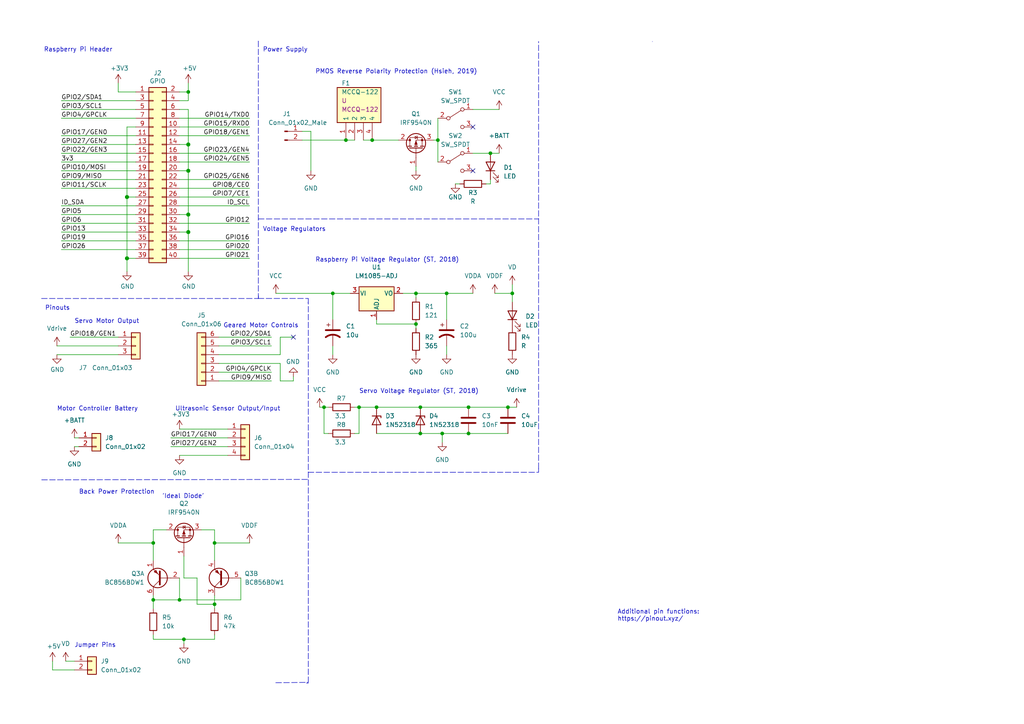
<source format=kicad_sch>
(kicad_sch (version 20211123) (generator eeschema)
  (paper "A4")
  (title_block (date "15 nov 2012"))
  (lib_symbols
    (symbol "Connector:Conn_01x02_Male" (pin_names (offset 1.016) hide)
      (property "Reference" "J" (at 0 2.54 0))
      (property "Value" "Conn_01x02_Male" (at 0 -5.08 0))
      (symbol "Conn_01x02_Male_1_1"
        (polyline (pts (xy 1.27 -2.54) (xy 0.8636 -2.54)) (stroke (width 0.1524)))
        (polyline (pts (xy 1.27 0) (xy 0.8636 0)) (stroke (width 0.1524)))
        (rectangle (start 0.8636 -2.413) (end 0 -2.667) (stroke (width 0.1524)) (fill (type outline)))
        (rectangle (start 0.8636 0.127) (end 0 -0.127) (stroke (width 0.1524)) (fill (type outline)))
        (pin passive line (at 5.08 0 180) (length 3.81) (name "Pin_1") (number "1"))
        (pin passive line (at 5.08 -2.54 180) (length 3.81) (name "Pin_2") (number "2"))
      )
    )
    (symbol "Connector_Generic:Conn_01x02" (pin_names (offset 1.016) hide)
      (property "Reference" "J" (at 0 2.54 0))
      (property "Value" "Conn_01x02" (at 0 -5.08 0))
      (symbol "Conn_01x02_1_1"
        (rectangle (start -1.27 -2.413) (end 0 -2.667) (stroke (width 0.1524)))
        (rectangle (start -1.27 0.127) (end 0 -0.127) (stroke (width 0.1524)))
        (rectangle (start -1.27 1.27) (end 1.27 -3.81) (stroke (width 0.254)) (fill (type background)))
        (pin passive line (at -5.08 0 0) (length 3.81) (name "Pin_1") (number "1"))
        (pin passive line (at -5.08 -2.54 0) (length 3.81) (name "Pin_2") (number "2"))
      )
    )
    (symbol "Connector_Generic:Conn_01x03" (pin_names (offset 1.016) hide)
      (property "Reference" "J" (at 0 5.08 0))
      (property "Value" "Conn_01x03" (at 0 -5.08 0))
      (symbol "Conn_01x03_1_1"
        (rectangle (start -1.27 -2.413) (end 0 -2.667) (stroke (width 0.1524)))
        (rectangle (start -1.27 0.127) (end 0 -0.127) (stroke (width 0.1524)))
        (rectangle (start -1.27 2.667) (end 0 2.413) (stroke (width 0.1524)))
        (rectangle (start -1.27 3.81) (end 1.27 -3.81) (stroke (width 0.254)) (fill (type background)))
        (pin passive line (at -5.08 2.54 0) (length 3.81) (name "Pin_1") (number "1"))
        (pin passive line (at -5.08 0 0) (length 3.81) (name "Pin_2") (number "2"))
        (pin passive line (at -5.08 -2.54 0) (length 3.81) (name "Pin_3") (number "3"))
      )
    )
    (symbol "Connector_Generic:Conn_01x04" (pin_names (offset 1.016) hide)
      (property "Reference" "J" (at 0 5.08 0))
      (property "Value" "Conn_01x04" (at 0 -7.62 0))
      (symbol "Conn_01x04_1_1"
        (rectangle (start -1.27 -4.953) (end 0 -5.207) (stroke (width 0.1524)))
        (rectangle (start -1.27 -2.413) (end 0 -2.667) (stroke (width 0.1524)))
        (rectangle (start -1.27 0.127) (end 0 -0.127) (stroke (width 0.1524)))
        (rectangle (start -1.27 2.667) (end 0 2.413) (stroke (width 0.1524)))
        (rectangle (start -1.27 3.81) (end 1.27 -6.35) (stroke (width 0.254)) (fill (type background)))
        (pin passive line (at -5.08 2.54 0) (length 3.81) (name "Pin_1") (number "1"))
        (pin passive line (at -5.08 0 0) (length 3.81) (name "Pin_2") (number "2"))
        (pin passive line (at -5.08 -2.54 0) (length 3.81) (name "Pin_3") (number "3"))
        (pin passive line (at -5.08 -5.08 0) (length 3.81) (name "Pin_4") (number "4"))
      )
    )
    (symbol "Connector_Generic:Conn_01x06" (pin_names (offset 1.016) hide)
      (property "Reference" "J" (at 0 7.62 0))
      (property "Value" "Conn_01x06" (at 0 -10.16 0))
      (symbol "Conn_01x06_1_1"
        (rectangle (start -1.27 -7.493) (end 0 -7.747) (stroke (width 0.1524)))
        (rectangle (start -1.27 -4.953) (end 0 -5.207) (stroke (width 0.1524)))
        (rectangle (start -1.27 -2.413) (end 0 -2.667) (stroke (width 0.1524)))
        (rectangle (start -1.27 0.127) (end 0 -0.127) (stroke (width 0.1524)))
        (rectangle (start -1.27 2.667) (end 0 2.413) (stroke (width 0.1524)))
        (rectangle (start -1.27 5.207) (end 0 4.953) (stroke (width 0.1524)))
        (rectangle (start -1.27 6.35) (end 1.27 -8.89) (stroke (width 0.254)) (fill (type background)))
        (pin passive line (at -5.08 5.08 0) (length 3.81) (name "Pin_1") (number "1"))
        (pin passive line (at -5.08 2.54 0) (length 3.81) (name "Pin_2") (number "2"))
        (pin passive line (at -5.08 0 0) (length 3.81) (name "Pin_3") (number "3"))
        (pin passive line (at -5.08 -2.54 0) (length 3.81) (name "Pin_4") (number "4"))
        (pin passive line (at -5.08 -5.08 0) (length 3.81) (name "Pin_5") (number "5"))
        (pin passive line (at -5.08 -7.62 0) (length 3.81) (name "Pin_6") (number "6"))
      )
    )
    (symbol "Connector_Generic:Conn_02x20_Odd_Even" (pin_names (offset 1.016) hide)
      (property "Reference" "J" (at 1.27 25.4 0))
      (property "Value" "Conn_02x20_Odd_Even" (at 1.27 -27.94 0))
      (symbol "Conn_02x20_Odd_Even_1_1"
        (rectangle (start -1.27 -25.273) (end 0 -25.527) (stroke (width 0.1524)))
        (rectangle (start -1.27 -22.733) (end 0 -22.987) (stroke (width 0.1524)))
        (rectangle (start -1.27 -20.193) (end 0 -20.447) (stroke (width 0.1524)))
        (rectangle (start -1.27 -17.653) (end 0 -17.907) (stroke (width 0.1524)))
        (rectangle (start -1.27 -15.113) (end 0 -15.367) (stroke (width 0.1524)))
        (rectangle (start -1.27 -12.573) (end 0 -12.827) (stroke (width 0.1524)))
        (rectangle (start -1.27 -10.033) (end 0 -10.287) (stroke (width 0.1524)))
        (rectangle (start -1.27 -7.493) (end 0 -7.747) (stroke (width 0.1524)))
        (rectangle (start -1.27 -4.953) (end 0 -5.207) (stroke (width 0.1524)))
        (rectangle (start -1.27 -2.413) (end 0 -2.667) (stroke (width 0.1524)))
        (rectangle (start -1.27 0.127) (end 0 -0.127) (stroke (width 0.1524)))
        (rectangle (start -1.27 2.667) (end 0 2.413) (stroke (width 0.1524)))
        (rectangle (start -1.27 5.207) (end 0 4.953) (stroke (width 0.1524)))
        (rectangle (start -1.27 7.747) (end 0 7.493) (stroke (width 0.1524)))
        (rectangle (start -1.27 10.287) (end 0 10.033) (stroke (width 0.1524)))
        (rectangle (start -1.27 12.827) (end 0 12.573) (stroke (width 0.1524)))
        (rectangle (start -1.27 15.367) (end 0 15.113) (stroke (width 0.1524)))
        (rectangle (start -1.27 17.907) (end 0 17.653) (stroke (width 0.1524)))
        (rectangle (start -1.27 20.447) (end 0 20.193) (stroke (width 0.1524)))
        (rectangle (start -1.27 22.987) (end 0 22.733) (stroke (width 0.1524)))
        (rectangle (start -1.27 24.13) (end 3.81 -26.67) (stroke (width 0.254)) (fill (type background)))
        (rectangle (start 3.81 -25.273) (end 2.54 -25.527) (stroke (width 0.1524)))
        (rectangle (start 3.81 -22.733) (end 2.54 -22.987) (stroke (width 0.1524)))
        (rectangle (start 3.81 -20.193) (end 2.54 -20.447) (stroke (width 0.1524)))
        (rectangle (start 3.81 -17.653) (end 2.54 -17.907) (stroke (width 0.1524)))
        (rectangle (start 3.81 -15.113) (end 2.54 -15.367) (stroke (width 0.1524)))
        (rectangle (start 3.81 -12.573) (end 2.54 -12.827) (stroke (width 0.1524)))
        (rectangle (start 3.81 -10.033) (end 2.54 -10.287) (stroke (width 0.1524)))
        (rectangle (start 3.81 -7.493) (end 2.54 -7.747) (stroke (width 0.1524)))
        (rectangle (start 3.81 -4.953) (end 2.54 -5.207) (stroke (width 0.1524)))
        (rectangle (start 3.81 -2.413) (end 2.54 -2.667) (stroke (width 0.1524)))
        (rectangle (start 3.81 0.127) (end 2.54 -0.127) (stroke (width 0.1524)))
        (rectangle (start 3.81 2.667) (end 2.54 2.413) (stroke (width 0.1524)))
        (rectangle (start 3.81 5.207) (end 2.54 4.953) (stroke (width 0.1524)))
        (rectangle (start 3.81 7.747) (end 2.54 7.493) (stroke (width 0.1524)))
        (rectangle (start 3.81 10.287) (end 2.54 10.033) (stroke (width 0.1524)))
        (rectangle (start 3.81 12.827) (end 2.54 12.573) (stroke (width 0.1524)))
        (rectangle (start 3.81 15.367) (end 2.54 15.113) (stroke (width 0.1524)))
        (rectangle (start 3.81 17.907) (end 2.54 17.653) (stroke (width 0.1524)))
        (rectangle (start 3.81 20.447) (end 2.54 20.193) (stroke (width 0.1524)))
        (rectangle (start 3.81 22.987) (end 2.54 22.733) (stroke (width 0.1524)))
        (pin passive line (at -5.08 22.86 0) (length 3.81) (name "Pin_1") (number "1"))
        (pin passive line (at 7.62 12.7 180) (length 3.81) (name "Pin_10") (number "10"))
        (pin passive line (at -5.08 10.16 0) (length 3.81) (name "Pin_11") (number "11"))
        (pin passive line (at 7.62 10.16 180) (length 3.81) (name "Pin_12") (number "12"))
        (pin passive line (at -5.08 7.62 0) (length 3.81) (name "Pin_13") (number "13"))
        (pin passive line (at 7.62 7.62 180) (length 3.81) (name "Pin_14") (number "14"))
        (pin passive line (at -5.08 5.08 0) (length 3.81) (name "Pin_15") (number "15"))
        (pin passive line (at 7.62 5.08 180) (length 3.81) (name "Pin_16") (number "16"))
        (pin passive line (at -5.08 2.54 0) (length 3.81) (name "Pin_17") (number "17"))
        (pin passive line (at 7.62 2.54 180) (length 3.81) (name "Pin_18") (number "18"))
        (pin passive line (at -5.08 0 0) (length 3.81) (name "Pin_19") (number "19"))
        (pin passive line (at 7.62 22.86 180) (length 3.81) (name "Pin_2") (number "2"))
        (pin passive line (at 7.62 0 180) (length 3.81) (name "Pin_20") (number "20"))
        (pin passive line (at -5.08 -2.54 0) (length 3.81) (name "Pin_21") (number "21"))
        (pin passive line (at 7.62 -2.54 180) (length 3.81) (name "Pin_22") (number "22"))
        (pin passive line (at -5.08 -5.08 0) (length 3.81) (name "Pin_23") (number "23"))
        (pin passive line (at 7.62 -5.08 180) (length 3.81) (name "Pin_24") (number "24"))
        (pin passive line (at -5.08 -7.62 0) (length 3.81) (name "Pin_25") (number "25"))
        (pin passive line (at 7.62 -7.62 180) (length 3.81) (name "Pin_26") (number "26"))
        (pin passive line (at -5.08 -10.16 0) (length 3.81) (name "Pin_27") (number "27"))
        (pin passive line (at 7.62 -10.16 180) (length 3.81) (name "Pin_28") (number "28"))
        (pin passive line (at -5.08 -12.7 0) (length 3.81) (name "Pin_29") (number "29"))
        (pin passive line (at -5.08 20.32 0) (length 3.81) (name "Pin_3") (number "3"))
        (pin passive line (at 7.62 -12.7 180) (length 3.81) (name "Pin_30") (number "30"))
        (pin passive line (at -5.08 -15.24 0) (length 3.81) (name "Pin_31") (number "31"))
        (pin passive line (at 7.62 -15.24 180) (length 3.81) (name "Pin_32") (number "32"))
        (pin passive line (at -5.08 -17.78 0) (length 3.81) (name "Pin_33") (number "33"))
        (pin passive line (at 7.62 -17.78 180) (length 3.81) (name "Pin_34") (number "34"))
        (pin passive line (at -5.08 -20.32 0) (length 3.81) (name "Pin_35") (number "35"))
        (pin passive line (at 7.62 -20.32 180) (length 3.81) (name "Pin_36") (number "36"))
        (pin passive line (at -5.08 -22.86 0) (length 3.81) (name "Pin_37") (number "37"))
        (pin passive line (at 7.62 -22.86 180) (length 3.81) (name "Pin_38") (number "38"))
        (pin passive line (at -5.08 -25.4 0) (length 3.81) (name "Pin_39") (number "39"))
        (pin passive line (at 7.62 20.32 180) (length 3.81) (name "Pin_4") (number "4"))
        (pin passive line (at 7.62 -25.4 180) (length 3.81) (name "Pin_40") (number "40"))
        (pin passive line (at -5.08 17.78 0) (length 3.81) (name "Pin_5") (number "5"))
        (pin passive line (at 7.62 17.78 180) (length 3.81) (name "Pin_6") (number "6"))
        (pin passive line (at -5.08 15.24 0) (length 3.81) (name "Pin_7") (number "7"))
        (pin passive line (at 7.62 15.24 180) (length 3.81) (name "Pin_8") (number "8"))
        (pin passive line (at -5.08 12.7 0) (length 3.81) (name "Pin_9") (number "9"))
      )
    )
    (symbol "Device:C" (pin_numbers hide) (pin_names (offset 0.254))
      (property "Reference" "C" (at 0.635 2.54 0))
      (property "Value" "C" (at 0.635 -2.54 0))
      (symbol "C_0_1"
        (polyline (pts (xy -2.032 -0.762) (xy 2.032 -0.762)) (stroke (width 0.508)))
        (polyline (pts (xy -2.032 0.762) (xy 2.032 0.762)) (stroke (width 0.508)))
      )
      (symbol "C_1_1"
        (pin passive line (at 0 3.81 270) (length 2.794) (name "~") (number "1"))
        (pin passive line (at 0 -3.81 90) (length 2.794) (name "~") (number "2"))
      )
    )
    (symbol "Device:C_Polarized_US" (pin_numbers hide) (pin_names (offset 0.254) hide)
      (property "Reference" "C" (at 0.635 2.54 0))
      (property "Value" "C_Polarized_US" (at 0.635 -2.54 0))
      (symbol "C_Polarized_US_0_1"
        (polyline (pts (xy -2.032 0.762) (xy 2.032 0.762)) (stroke (width 0.508)))
        (polyline (pts (xy -1.778 2.286) (xy -0.762 2.286)))
        (polyline (pts (xy -1.27 1.778) (xy -1.27 2.794)))
        (arc (start 2.032 -1.27) (mid 0 -0.5572) (end -2.032 -1.27) (stroke (width 0.508)))
      )
      (symbol "C_Polarized_US_1_1"
        (pin passive line (at 0 3.81 270) (length 2.794) (name "~") (number "1"))
        (pin passive line (at 0 -3.81 90) (length 3.302) (name "~") (number "2"))
      )
    )
    (symbol "Device:D_Zener" (pin_numbers hide) (pin_names (offset 1.016) hide)
      (property "Reference" "D" (at 0 2.54 0))
      (property "Value" "D_Zener" (at 0 -2.54 0))
      (symbol "D_Zener_0_1"
        (polyline (pts (xy 1.27 0) (xy -1.27 0)))
        (polyline (pts (xy -1.27 -1.27) (xy -1.27 1.27) (xy -0.762 1.27)) (stroke (width 0.254)))
        (polyline (pts (xy 1.27 -1.27) (xy 1.27 1.27) (xy -1.27 0) (xy 1.27 -1.27)) (stroke (width 0.254)))
      )
      (symbol "D_Zener_1_1"
        (pin passive line (at -3.81 0 0) (length 2.54) (name "K") (number "1"))
        (pin passive line (at 3.81 0 180) (length 2.54) (name "A") (number "2"))
      )
    )
    (symbol "Device:LED" (pin_numbers hide) (pin_names (offset 1.016) hide)
      (property "Reference" "D" (at 0 2.54 0))
      (property "Value" "LED" (at 0 -2.54 0))
      (symbol "LED_0_1"
        (polyline (pts (xy -1.27 -1.27) (xy -1.27 1.27)) (stroke (width 0.254)))
        (polyline (pts (xy -1.27 0) (xy 1.27 0)))
        (polyline (pts (xy 1.27 -1.27) (xy 1.27 1.27) (xy -1.27 0) (xy 1.27 -1.27)) (stroke (width 0.254)))
        (polyline (pts (xy -3.048 -0.762) (xy -4.572 -2.286) (xy -3.81 -2.286) (xy -4.572 -2.286) (xy -4.572 -1.524)))
        (polyline (pts (xy -1.778 -0.762) (xy -3.302 -2.286) (xy -2.54 -2.286) (xy -3.302 -2.286) (xy -3.302 -1.524)))
      )
      (symbol "LED_1_1"
        (pin passive line (at -3.81 0 0) (length 2.54) (name "K") (number "1"))
        (pin passive line (at 3.81 0 180) (length 2.54) (name "A") (number "2"))
      )
    )
    (symbol "Device:R" (pin_numbers hide) (pin_names (offset 0))
      (property "Reference" "R" (at 2.032 0 90))
      (property "Value" "R" (at 0 0 90))
      (symbol "R_0_1"
        (rectangle (start -1.016 -2.54) (end 1.016 2.54) (stroke (width 0.254)))
      )
      (symbol "R_1_1"
        (pin passive line (at 0 3.81 270) (length 1.27) (name "~") (number "1"))
        (pin passive line (at 0 -3.81 90) (length 1.27) (name "~") (number "2"))
      )
    )
    (symbol "GND_1" (power) (pin_names (offset 0))
      (property "Value" "GND_1" (at 0 -3.81 0))
      (symbol "GND_1_0_1"
        (polyline (pts (xy 0 0) (xy 0 -1.27) (xy 1.27 -1.27) (xy 0 -2.54) (xy -1.27 -1.27) (xy 0 -1.27)))
      )
      (symbol "GND_1_1_1"
        (pin power_in line (at 0 0 270) (length 0) hide (name "GND") (number "1"))
      )
    )
    (symbol "MCQQ:MCCQ-122"
      (property "Value" "MCCQ-122" (at 0 0 0))
      (property "Reference_1" "U" (at 16.51 7.62 0))
      (property "Value_1" "MCCQ-122" (at 16.51 5.08 0))
      (symbol "MCCQ-122_1_1"
        (rectangle (start 5.08 2.54) (end 15.24 -10.16) (stroke (width 0.254)) (fill (type background)))
        (pin passive line (at 0 0 0) (length 5.08) (name "1") (number "1"))
        (pin passive line (at 0 -2.54 0) (length 5.08) (name "2") (number "2"))
        (pin passive line (at 0 -5.08 0) (length 5.08) (name "3") (number "3"))
        (pin passive line (at 0 -7.62 0) (length 5.08) (name "4") (number "4"))
      )
    )
    (symbol "Regulator_Linear:LM1085-ADJ" (pin_names (offset 0.254))
      (property "Reference" "U" (at -3.81 3.175 0))
      (property "Value" "LM1085-ADJ" (at 0 3.175 0))
      (symbol "LM1085-ADJ_0_1"
        (rectangle (start -5.08 1.905) (end 5.08 -5.08) (stroke (width 0.254)) (fill (type background)))
      )
      (symbol "LM1085-ADJ_1_1"
        (pin input line (at 0 -7.62 90) (length 2.54) (name "ADJ") (number "1"))
        (pin power_out line (at 7.62 0 180) (length 2.54) (name "VO") (number "2"))
        (pin power_in line (at -7.62 0 0) (length 2.54) (name "VI") (number "3"))
      )
    )
    (symbol "Switch:SW_SPDT" (pin_names (offset 0) hide)
      (property "Reference" "SW" (at 0 4.318 0))
      (property "Value" "SW_SPDT" (at 0 -5.08 0))
      (symbol "SW_SPDT_0_0"
        (circle (center -2.032 0) (radius 0.508))
        (circle (center 2.032 -2.54) (radius 0.508))
      )
      (symbol "SW_SPDT_0_1"
        (polyline (pts (xy -1.524 0.254) (xy 1.651 2.286)))
        (circle (center 2.032 2.54) (radius 0.508))
      )
      (symbol "SW_SPDT_1_1"
        (pin passive line (at 5.08 2.54 180) (length 2.54) (name "A") (number "1"))
        (pin passive line (at -5.08 0 0) (length 2.54) (name "B") (number "2"))
        (pin passive line (at 5.08 -2.54 180) (length 2.54) (name "C") (number "3"))
      )
    )
    (symbol "Transistor_BJT:BC856BDW1" (pin_names (offset 0) hide)
      (property "Reference" "Q" (at 5.08 1.27 0))
      (property "Value" "BC856BDW1" (at 5.08 -1.27 0))
      (symbol "BC856BDW1_0_1"
        (polyline (pts (xy 0.635 0) (xy -2.54 0)))
        (polyline (pts (xy 0.635 0.635) (xy 2.54 2.54)))
        (polyline (pts (xy 0.635 -0.635) (xy 2.54 -2.54) (xy 2.54 -2.54)))
        (polyline (pts (xy 0.635 1.905) (xy 0.635 -1.905) (xy 0.635 -1.905)) (stroke (width 0.508)))
        (polyline (pts (xy 2.286 -1.778) (xy 1.778 -2.286) (xy 1.27 -1.27) (xy 2.286 -1.778) (xy 2.286 -1.778)) (fill (type outline)))
        (circle (center 1.27 0) (radius 2.8194) (stroke (width 0.254)))
      )
      (symbol "BC856BDW1_1_1"
        (pin passive line (at 2.54 -5.08 90) (length 2.54) (name "E1") (number "1"))
        (pin input line (at -5.08 0 0) (length 2.54) (name "B1") (number "2"))
        (pin passive line (at 2.54 5.08 270) (length 2.54) (name "C1") (number "6"))
      )
      (symbol "BC856BDW1_2_1"
        (pin passive line (at 2.54 5.08 270) (length 2.54) (name "C2") (number "3"))
        (pin passive line (at 2.54 -5.08 90) (length 2.54) (name "E2") (number "4"))
        (pin input line (at -5.08 0 0) (length 2.54) (name "B2") (number "5"))
      )
    )
    (symbol "Transistor_FET:IRF9540N" (pin_names hide)
      (property "Reference" "Q" (at 5.08 1.905 0))
      (property "Value" "IRF9540N" (at 5.08 0 0))
      (symbol "IRF9540N_0_1"
        (polyline (pts (xy 0.254 0) (xy -2.54 0)))
        (polyline (pts (xy 0.254 1.905) (xy 0.254 -1.905)) (stroke (width 0.254)))
        (polyline (pts (xy 0.762 -1.27) (xy 0.762 -2.286)) (stroke (width 0.254)))
        (polyline (pts (xy 0.762 0.508) (xy 0.762 -0.508)) (stroke (width 0.254)))
        (polyline (pts (xy 0.762 2.286) (xy 0.762 1.27)) (stroke (width 0.254)))
        (polyline (pts (xy 2.54 2.54) (xy 2.54 1.778)))
        (polyline (pts (xy 2.54 -2.54) (xy 2.54 0) (xy 0.762 0)))
        (polyline (pts (xy 0.762 1.778) (xy 3.302 1.778) (xy 3.302 -1.778) (xy 0.762 -1.778)))
        (polyline (pts (xy 2.286 0) (xy 1.27 0.381) (xy 1.27 -0.381) (xy 2.286 0)) (fill (type outline)))
        (polyline (pts (xy 2.794 -0.508) (xy 2.921 -0.381) (xy 3.683 -0.381) (xy 3.81 -0.254)))
        (polyline (pts (xy 3.302 -0.381) (xy 2.921 0.254) (xy 3.683 0.254) (xy 3.302 -0.381)))
        (circle (center 1.651 0) (radius 2.794) (stroke (width 0.254)))
        (circle (center 2.54 -1.778) (radius 0.254) (fill (type outline)))
        (circle (center 2.54 1.778) (radius 0.254) (fill (type outline)))
      )
      (symbol "IRF9540N_1_1"
        (pin input line (at -5.08 0 0) (length 2.54) (name "G") (number "1"))
        (pin passive line (at 2.54 5.08 270) (length 2.54) (name "D") (number "2"))
        (pin passive line (at 2.54 -5.08 90) (length 2.54) (name "S") (number "3"))
      )
    )
    (symbol "power:+3.3V" (power) (pin_names (offset 0))
      (property "Value" "+3.3V" (at 0 3.556 0))
      (symbol "+3.3V_0_1"
        (polyline (pts (xy -0.762 1.27) (xy 0 2.54)))
        (polyline (pts (xy 0 0) (xy 0 2.54)))
        (polyline (pts (xy 0 2.54) (xy 0.762 1.27)))
      )
      (symbol "+3.3V_1_1"
        (pin power_in line (at 0 0 90) (length 0) hide (name "+3V3") (number "1"))
      )
    )
    (symbol "power:+5V" (power) (pin_names (offset 0))
      (property "Value" "+5V" (at 0 3.556 0))
      (symbol "+5V_0_1"
        (polyline (pts (xy -0.762 1.27) (xy 0 2.54)))
        (polyline (pts (xy 0 0) (xy 0 2.54)))
        (polyline (pts (xy 0 2.54) (xy 0.762 1.27)))
      )
      (symbol "+5V_1_1"
        (pin power_in line (at 0 0 90) (length 0) hide (name "+5V") (number "1"))
      )
    )
    (symbol "power:+BATT" (power) (pin_names (offset 0))
      (property "Value" "+BATT" (at 0 3.556 0))
      (symbol "+BATT_0_1"
        (polyline (pts (xy -0.762 1.27) (xy 0 2.54)))
        (polyline (pts (xy 0 0) (xy 0 2.54)))
        (polyline (pts (xy 0 2.54) (xy 0.762 1.27)))
      )
      (symbol "+BATT_1_1"
        (pin power_in line (at 0 0 90) (length 0) hide (name "+BATT") (number "1"))
      )
    )
    (symbol "power:GND" (power) (pin_names (offset 0))
      (property "Value" "GND" (at 0 -3.81 0))
      (symbol "GND_0_1"
        (polyline (pts (xy 0 0) (xy 0 -1.27) (xy 1.27 -1.27) (xy 0 -2.54) (xy -1.27 -1.27) (xy 0 -1.27)))
      )
      (symbol "GND_1_1"
        (pin power_in line (at 0 0 270) (length 0) hide (name "GND") (number "1"))
      )
    )
    (symbol "power:VCC" (power) (pin_names (offset 0))
      (property "Value" "VCC" (at 0 3.81 0))
      (symbol "VCC_0_1"
        (polyline (pts (xy -0.762 1.27) (xy 0 2.54)))
        (polyline (pts (xy 0 0) (xy 0 2.54)))
        (polyline (pts (xy 0 2.54) (xy 0.762 1.27)))
      )
      (symbol "VCC_1_1"
        (pin power_in line (at 0 0 90) (length 0) hide (name "VCC") (number "1"))
      )
    )
    (symbol "power:VD" (power) (pin_names (offset 0))
      (property "Value" "VD" (at 0 3.81 0))
      (symbol "VD_0_1"
        (polyline (pts (xy -0.762 1.27) (xy 0 2.54)))
        (polyline (pts (xy 0 0) (xy 0 2.54)))
        (polyline (pts (xy 0 2.54) (xy 0.762 1.27)))
      )
      (symbol "VD_1_1"
        (pin power_in line (at 0 0 90) (length 0) hide (name "VD") (number "1"))
      )
    )
    (symbol "power:VDDA" (power) (pin_names (offset 0))
      (property "Value" "VDDA" (at 0 3.81 0))
      (symbol "VDDA_0_1"
        (polyline (pts (xy -0.762 1.27) (xy 0 2.54)))
        (polyline (pts (xy 0 0) (xy 0 2.54)))
        (polyline (pts (xy 0 2.54) (xy 0.762 1.27)))
      )
      (symbol "VDDA_1_1"
        (pin power_in line (at 0 0 90) (length 0) hide (name "VDDA") (number "1"))
      )
    )
    (symbol "power:VDDF" (power) (pin_names (offset 0))
      (property "Value" "VDDF" (at 0 3.81 0))
      (symbol "VDDF_0_1"
        (polyline (pts (xy -0.762 1.27) (xy 0 2.54)))
        (polyline (pts (xy 0 0) (xy 0 2.54)))
        (polyline (pts (xy 0 2.54) (xy 0.762 1.27)))
      )
      (symbol "VDDF_1_1"
        (pin power_in line (at 0 0 90) (length 0) hide (name "VDDF") (number "1"))
      )
    )
    (symbol "power:Vdrive" (power) (pin_names (offset 0))
      (property "Value" "Vdrive" (at 0 3.81 0))
      (symbol "Vdrive_0_1"
        (polyline (pts (xy -0.762 1.27) (xy 0 2.54)))
        (polyline (pts (xy 0 0) (xy 0 2.54)))
        (polyline (pts (xy 0 2.54) (xy 0.762 1.27)))
      )
      (symbol "Vdrive_1_1"
        (pin power_in line (at 0 0 90) (length 0) hide (name "Vdrive") (number "1"))
      )
    )
  )
  (junction (at 109.22 118.11))
  (junction (at 127 40.64))
  (junction (at 54.61 41.91) (diameter 1.016))
  (junction (at 62.23 175.26))
  (junction (at 121.92 125.73))
  (junction (at 93.98 118.11))
  (junction (at 148.59 85.09))
  (junction (at 147.32 118.11))
  (junction (at 53.34 185.42))
  (junction (at 135.89 118.11))
  (junction (at 44.45 157.48))
  (junction (at 142.24 44.45))
  (junction (at 54.61 26.67))
  (junction (at 52.07 173.99))
  (junction (at 128.27 125.73))
  (junction (at 120.65 93.98))
  (junction (at 36.83 74.93) (diameter 1.016))
  (junction (at 36.83 57.15) (diameter 1.016))
  (junction (at 120.65 85.09))
  (junction (at 54.61 67.31) (diameter 1.016))
  (junction (at 62.23 157.48))
  (junction (at 96.52 85.09))
  (junction (at 100.33 40.64))
  (junction (at 135.89 125.73))
  (junction (at 54.61 62.23) (diameter 1.016))
  (junction (at 44.45 173.99))
  (junction (at 129.54 85.09))
  (junction (at 54.61 49.53) (diameter 1.016))
  (junction (at 104.14 118.11))
  (junction (at 121.92 118.11))
  (junction (at 107.95 40.64))
  (no_connect (at 85.09 97.79))
  (no_connect (at 137.16 36.83))
  (no_connect (at 137.16 49.53))
  (wire (pts (xy 104.14 118.11) (xy 109.22 118.11)))
  (wire (pts (xy 36.83 57.15) (xy 36.83 74.93)))
  (wire (pts (xy 52.07 57.15) (xy 72.39 57.15)))
  (wire (pts (xy 140.97 53.34) (xy 142.24 53.34)))
  (wire (pts (xy 57.15 167.64) (xy 53.34 167.64)))
  (wire (pts (xy 39.37 39.37) (xy 17.78 39.37)))
  (polyline (pts (xy 12.0328 86.5769) (xy 74.9489 86.5769)))
  (wire (pts (xy 147.32 118.11) (xy 149.86 118.11)))
  (wire (pts (xy 54.61 26.67) (xy 54.61 29.21)))
  (wire (pts (xy 22.86 127) (xy 21.59 127)))
  (wire (pts (xy 53.34 167.64) (xy 53.34 161.29)))
  (wire (pts (xy 54.61 31.75) (xy 54.61 41.91)))
  (wire (pts (xy 104.14 125.73) (xy 102.87 125.73)))
  (wire (pts (xy 54.61 49.53) (xy 52.07 49.53)))
  (wire (pts (xy 127 34.29) (xy 127 40.64)))
  (wire (pts (xy 54.61 62.23) (xy 54.61 67.31)))
  (wire (pts (xy 109.22 93.98) (xy 109.22 92.71)))
  (wire (pts (xy 53.34 185.42) (xy 62.23 185.42)))
  (wire (pts (xy 62.23 175.26) (xy 57.15 175.26)))
  (wire (pts (xy 81.28 105.41) (xy 81.28 110.49)))
  (wire (pts (xy 78.74 107.95) (xy 63.5 107.95)))
  (wire (pts (xy 54.61 49.53) (xy 54.61 62.23)))
  (wire (pts (xy 52.07 34.29) (xy 72.39 34.29)))
  (wire (pts (xy 44.45 173.99) (xy 44.45 176.53)))
  (wire (pts (xy 36.83 36.83) (xy 36.83 57.15)))
  (wire (pts (xy 53.34 185.42) (xy 53.34 186.69)))
  (wire (pts (xy 34.29 157.48) (xy 44.45 157.48)))
  (wire (pts (xy 137.16 44.45) (xy 142.24 44.45)))
  (wire (pts (xy 36.83 36.83) (xy 39.37 36.83)))
  (wire (pts (xy 52.07 54.61) (xy 72.39 54.61)))
  (wire (pts (xy 52.07 29.21) (xy 54.61 29.21)))
  (wire (pts (xy 39.37 59.69) (xy 17.78 59.69)))
  (wire (pts (xy 52.07 167.64) (xy 52.07 173.99)))
  (wire (pts (xy 44.45 153.67) (xy 44.45 157.48)))
  (wire (pts (xy 17.78 62.23) (xy 39.37 62.23)))
  (wire (pts (xy 93.98 118.11) (xy 95.25 118.11)))
  (wire (pts (xy 96.52 85.09) (xy 96.52 92.71)))
  (wire (pts (xy 52.07 173.99) (xy 44.45 173.99)))
  (wire (pts (xy 148.59 85.09) (xy 148.59 87.63)))
  (wire (pts (xy 62.23 157.48) (xy 62.23 162.56)))
  (wire (pts (xy 81.28 97.79) (xy 85.09 97.79)))
  (wire (pts (xy 20.32 97.79) (xy 34.29 97.79)))
  (wire (pts (xy 36.83 57.15) (xy 39.37 57.15)))
  (wire (pts (xy 127 40.64) (xy 127 46.99)))
  (wire (pts (xy 52.07 44.45) (xy 72.39 44.45)))
  (wire (pts (xy 93.98 118.11) (xy 93.98 125.73)))
  (wire (pts (xy 15.24 194.31) (xy 15.24 191.77)))
  (polyline (pts (xy 88.9 198.12) (xy 89.4129 198.12)))
  (wire (pts (xy 96.52 85.09) (xy 101.6 85.09)))
  (wire (pts (xy 135.89 118.11) (xy 147.32 118.11)))
  (wire (pts (xy 129.54 85.09) (xy 129.54 92.71)))
  (wire (pts (xy 52.07 74.93) (xy 72.39 74.93)))
  (wire (pts (xy 36.83 74.93) (xy 36.83 78.74)))
  (wire (pts (xy 17.78 41.91) (xy 39.37 41.91)))
  (polyline (pts (xy 74.8899 11.9399) (xy 74.93 11.9399)))
  (wire (pts (xy 34.29 24.13) (xy 34.29 26.67)))
  (wire (pts (xy 53.34 185.42) (xy 44.45 185.42)))
  (wire (pts (xy 137.16 31.75) (xy 144.78 31.75)))
  (wire (pts (xy 78.74 110.49) (xy 63.5 110.49)))
  (wire (pts (xy 81.28 102.87) (xy 63.5 102.87)))
  (polyline (pts (xy 89.4129 86.5651) (xy 89.4129 198.12)))
  (wire (pts (xy 129.54 85.09) (xy 137.16 85.09)))
  (wire (pts (xy 54.61 67.31) (xy 52.07 67.31)))
  (wire (pts (xy 107.95 40.64) (xy 115.57 40.64)))
  (wire (pts (xy 148.59 82.55) (xy 148.59 85.09)))
  (polyline (pts (xy 156.21 12.0628) (xy 156.2117 12.0628)))
  (wire (pts (xy 62.23 172.72) (xy 62.23 175.26)))
  (wire (pts (xy 17.78 31.75) (xy 39.37 31.75)))
  (polyline (pts (xy 156.21 135.89) (xy 156.21 12.0628)))
  (wire (pts (xy 48.26 153.67) (xy 44.45 153.67)))
  (wire (pts (xy 52.07 124.46) (xy 66.04 124.46)))
  (wire (pts (xy 62.23 153.67) (xy 62.23 157.48)))
  (wire (pts (xy 17.78 54.61) (xy 39.37 54.61)))
  (wire (pts (xy 120.65 49.53) (xy 120.65 48.26)))
  (wire (pts (xy 17.78 46.99) (xy 39.37 46.99)))
  (wire (pts (xy 85.09 110.49) (xy 85.09 109.22)))
  (wire (pts (xy 39.37 29.21) (xy 17.78 29.21)))
  (wire (pts (xy 69.85 173.99) (xy 69.85 167.64)))
  (wire (pts (xy 54.61 41.91) (xy 54.61 49.53)))
  (wire (pts (xy 116.84 85.09) (xy 120.65 85.09)))
  (wire (pts (xy 49.53 129.54) (xy 66.04 129.54)))
  (polyline (pts (xy 156.21 136.9793) (xy 156.21 135.89)))
  (wire (pts (xy 52.07 39.37) (xy 72.39 39.37)))
  (wire (pts (xy 54.61 41.91) (xy 52.07 41.91)))
  (polyline (pts (xy 89.3682 87.63) (xy 89.3682 87.9519)))
  (wire (pts (xy 17.78 34.29) (xy 39.37 34.29)))
  (wire (pts (xy 104.14 125.73) (xy 104.14 118.11)))
  (wire (pts (xy 49.53 127) (xy 66.04 127)))
  (wire (pts (xy 54.61 26.67) (xy 52.07 26.67)))
  (wire (pts (xy 52.07 46.99) (xy 72.39 46.99)))
  (wire (pts (xy 52.07 36.83) (xy 72.39 36.83)))
  (wire (pts (xy 125.73 40.64) (xy 127 40.64)))
  (wire (pts (xy 52.07 132.08) (xy 66.04 132.08)))
  (wire (pts (xy 58.42 153.67) (xy 62.23 153.67)))
  (wire (pts (xy 17.78 44.45) (xy 39.37 44.45)))
  (wire (pts (xy 17.78 52.07) (xy 39.37 52.07)))
  (wire (pts (xy 62.23 175.26) (xy 62.23 176.53)))
  (polyline (pts (xy 79.9854 198.0218) (xy 89.3173 197.9127)))
  (wire (pts (xy 62.23 157.48) (xy 72.39 157.48)))
  (wire (pts (xy 78.74 100.33) (xy 63.5 100.33)))
  (wire (pts (xy 121.92 118.11) (xy 135.89 118.11)))
  (wire (pts (xy 16.51 100.33) (xy 34.29 100.33)))
  (polyline (pts (xy 189.23 12.0453) (xy 189.2403 12.0453)))
  (wire (pts (xy 120.65 86.36) (xy 120.65 85.09)))
  (wire (pts (xy 17.78 64.77) (xy 39.37 64.77)))
  (wire (pts (xy 120.65 85.09) (xy 129.54 85.09)))
  (wire (pts (xy 57.15 167.64) (xy 57.15 175.26)))
  (wire (pts (xy 128.27 125.73) (xy 128.27 128.27)))
  (wire (pts (xy 62.23 184.15) (xy 62.23 185.42)))
  (wire (pts (xy 90.17 38.1) (xy 90.17 49.53)))
  (wire (pts (xy 87.63 40.64) (xy 100.33 40.64)))
  (wire (pts (xy 100.33 40.64) (xy 102.87 40.64)))
  (wire (pts (xy 81.28 105.41) (xy 63.5 105.41)))
  (wire (pts (xy 17.78 69.85) (xy 39.37 69.85)))
  (wire (pts (xy 52.07 69.85) (xy 72.39 69.85)))
  (wire (pts (xy 52.07 64.77) (xy 72.39 64.77)))
  (wire (pts (xy 142.24 53.34) (xy 142.24 52.07)))
  (wire (pts (xy 36.83 74.93) (xy 39.37 74.93)))
  (wire (pts (xy 129.54 100.33) (xy 129.54 102.87)))
  (polyline (pts (xy 74.8889 86.5651) (xy 89.4129 86.5651)))
  (wire (pts (xy 52.07 72.39) (xy 72.39 72.39)))
  (wire (pts (xy 109.22 118.11) (xy 121.92 118.11)))
  (wire (pts (xy 54.61 31.75) (xy 52.07 31.75)))
  (wire (pts (xy 93.98 125.73) (xy 95.25 125.73)))
  (wire (pts (xy 44.45 184.15) (xy 44.45 185.42)))
  (wire (pts (xy 17.78 72.39) (xy 39.37 72.39)))
  (wire (pts (xy 44.45 172.72) (xy 44.45 173.99)))
  (wire (pts (xy 19.05 191.77) (xy 21.59 191.77)))
  (polyline (pts (xy 74.93 63.5) (xy 156.21 63.5)))
  (wire (pts (xy 81.28 102.87) (xy 81.28 97.79)))
  (wire (pts (xy 142.24 44.45) (xy 144.78 44.45)))
  (wire (pts (xy 109.22 93.98) (xy 120.65 93.98)))
  (wire (pts (xy 78.74 97.79) (xy 63.5 97.79)))
  (wire (pts (xy 16.51 102.87) (xy 34.29 102.87)))
  (polyline (pts (xy 74.9489 85.7937) (xy 74.9489 86.5769)))
  (wire (pts (xy 96.52 100.33) (xy 96.52 102.87)))
  (wire (pts (xy 105.41 40.64) (xy 107.95 40.64)))
  (wire (pts (xy 22.86 129.54) (xy 21.59 129.54)))
  (wire (pts (xy 54.61 24.13) (xy 54.61 26.67)))
  (wire (pts (xy 44.45 157.48) (xy 44.45 162.56)))
  (wire (pts (xy 54.61 67.31) (xy 54.61 78.74)))
  (wire (pts (xy 80.01 85.09) (xy 96.52 85.09)))
  (wire (pts (xy 52.07 52.07) (xy 72.39 52.07)))
  (wire (pts (xy 39.37 67.31) (xy 17.78 67.31)))
  (wire (pts (xy 135.89 125.73) (xy 147.32 125.73)))
  (wire (pts (xy 92.71 118.11) (xy 93.98 118.11)))
  (wire (pts (xy 109.22 125.73) (xy 121.92 125.73)))
  (wire (pts (xy 54.61 62.23) (xy 52.07 62.23)))
  (polyline (pts (xy 74.93 11.9399) (xy 74.93 86.36)))
  (wire (pts (xy 143.51 85.09) (xy 148.59 85.09)))
  (wire (pts (xy 34.29 26.67) (xy 39.37 26.67)))
  (wire (pts (xy 133.35 53.34) (xy 132.08 53.34)))
  (wire (pts (xy 128.27 125.73) (xy 135.89 125.73)))
  (wire (pts (xy 52.07 173.99) (xy 69.85 173.99)))
  (wire (pts (xy 121.92 125.73) (xy 128.27 125.73)))
  (wire (pts (xy 104.14 118.11) (xy 102.87 118.11)))
  (wire (pts (xy 81.28 110.49) (xy 85.09 110.49)))
  (wire (pts (xy 39.37 49.53) (xy 17.78 49.53)))
  (wire (pts (xy 52.07 59.69) (xy 72.39 59.69)))
  (polyline (pts (xy 89.3642 136.9793) (xy 156.21 136.9793)))
  (polyline (pts (xy 12.0811 139.1751) (xy 89.3336 139.0509)))
  (wire (pts (xy 90.17 38.1) (xy 87.63 38.1)))
  (wire (pts (xy 21.59 194.31) (xy 15.24 194.31)))
  (wire (pts (xy 120.65 93.98) (xy 120.65 95.25)))
  (text "Raspberry Pi Header" (at 12.7 15.24 0) (effects (font (size 1.27 1.27)) (justify left bottom)))
  (text "Pinouts\n" (at 20.32 90.17 180) (effects (font (size 1.27 1.27)) (justify right bottom)))
  (text "Additional pin functions:\nhttps://pinout.xyz/" (at 179.07 180.34 0) (effects (font (size 1.27 1.27)) (justify left bottom)))
  (text "Servo Motor Output" (at 21.59 93.98 0) (effects (font (size 1.27 1.27)) (justify left bottom)))
  (text "PMOS Reverse Polarity Protection (Hsieh, 2019)" (at 91.44 21.59 0) (effects (font (size 1.27 1.27)) (justify left bottom)))
  (text "Servo Voltage Regulator (ST, 2018)\n" (at 104.14 114.3 0) (effects (font (size 1.27 1.27)) (justify left bottom)))
  (text "Power Supply\n" (at 76.2 15.24 0) (effects (font (size 1.27 1.27)) (justify left bottom)))
  (text "'Ideal Diode'" (at 46.99 144.78 0) (effects (font (size 1.27 1.27)) (justify left bottom)))
  (text "Ultrasonic Sensor Output/Input\n" (at 50.8 119.38 0) (effects (font (size 1.27 1.27)) (justify left bottom)))
  (text "Back Power Protection\n" (at 22.86 143.51 0) (effects (font (size 1.27 1.27)) (justify left bottom)))
  (text "Motor Controller Battery\n" (at 16.51 119.38 0) (effects (font (size 1.27 1.27)) (justify left bottom)))
  (text "Raspberry Pi Voltage Regulator (ST, 2018)\n" (at 91.44 76.2 0) (effects (font (size 1.27 1.27)) (justify left bottom)))
  (text "Voltage Regulators\n" (at 76.2 67.31 0) (effects (font (size 1.27 1.27)) (justify left bottom)))
  (text "Jumper Pins" (at 21.59 187.96 0) (effects (font (size 1.27 1.27)) (justify left bottom)))
  (text "Geared Motor Controls\n" (at 64.77 95.25 0) (effects (font (size 1.27 1.27)) (justify left bottom)))
  (label "GPIO4{slash}GPCLK" (at 78.74 107.95 180))
  (label "ID_SDA" (at 17.78 59.69 0))
  (label "GPIO6" (at 17.78 64.77 0))
  (label "ID_SCL" (at 72.39 59.69 180))
  (label "GPIO5" (at 17.78 62.23 0))
  (label "GPIO21" (at 72.39 74.93 180))
  (label "GPIO19" (at 17.78 69.85 0))
  (label "GPIO10{slash}MOSI" (at 17.78 49.53 0))
  (label "GPIO9{slash}MISO" (at 17.78 52.07 0))
  (label "GPIO9{slash}MISO" (at 78.74 110.49 180))
  (label "GPIO2{slash}SDA1" (at 78.74 97.79 180))
  (label "GPIO23{slash}GEN4" (at 72.39 44.45 180))
  (label "GPIO4{slash}GPCLK" (at 17.78 34.29 0))
  (label "GPIO27{slash}GEN2" (at 17.78 41.91 0))
  (label "GPIO14{slash}TXD0" (at 72.39 34.29 180))
  (label "GPIO8{slash}CE0" (at 72.39 54.61 180))
  (label "GPIO17{slash}GEN0" (at 49.53 127 0))
  (label "GPIO15{slash}RXD0" (at 72.39 36.83 180))
  (label "GPIO16" (at 72.39 69.85 180))
  (label "GPIO26" (at 17.78 72.39 0))
  (label "GPIO22{slash}GEN3" (at 17.78 44.45 0))
  (label "GPIO2{slash}SDA1" (at 17.78 29.21 0))
  (label "GPIO17{slash}GEN0" (at 17.78 39.37 0))
  (label "GPIO25{slash}GEN6" (at 72.39 52.07 180))
  (label "GPIO27{slash}GEN2" (at 49.53 129.54 0))
  (label "GPIO3{slash}SCL1" (at 17.78 31.75 0))
  (label "GPIO18{slash}GEN1" (at 72.39 39.37 180))
  (label "GPIO18{slash}GEN1" (at 20.32 97.79 0))
  (label "3v3" (at 17.78 46.99 0))
  (label "GPIO12" (at 72.39 64.77 180))
  (label "GPIO13" (at 17.78 67.31 0))
  (label "GPIO20" (at 72.39 72.39 180))
  (label "GPIO24{slash}GEN5" (at 72.39 46.99 180))
  (label "GPIO7{slash}CE1" (at 72.39 57.15 180))
  (label "GPIO3{slash}SCL1" (at 78.74 100.33 180))
  (label "GPIO11{slash}SCLK" (at 17.78 54.61 0))
  (symbol (lib_id "power:+5V") (at 54.61 24.13 0) (unit 1)
    (property "Reference" "#PWR01" (effects hide))
    (property "Value" "+5V" (at 54.9783 19.8056 0))
  )
  (symbol (lib_id "power:+3.3V") (at 34.29 24.13 0) (unit 1)
    (property "Reference" "#PWR04" (effects hide))
    (property "Value" "+3.3V" (at 34.6583 19.8056 0))
  )
  (symbol (lib_id "power:GND") (at 54.61 78.74 0) (unit 1)
    (property "Reference" "#PWR02" (effects hide))
    (property "Value" "GND" (at 54.7243 83.0644 0))
  )
  (symbol (lib_id "power:GND") (at 36.83 78.74 0) (unit 1)
    (property "Reference" "#PWR03" (effects hide))
    (property "Value" "GND" (at 36.9443 83.0644 0))
  )
  (symbol (lib_id "Connector_Generic:Conn_02x20_Odd_Even") (at 44.45 49.53 0) (unit 1)
    (property "Reference" "J2" (at 45.72 21.1898 0))
    (property "Value" "GPIO" (at 45.72 23.495 0))
    (property "Footprint" "Connector_PinSocket_2.54mm:PinSocket_2x20_P2.54mm_Vertical" (effects hide))
  )
  (symbol (lib_id "Connector_Generic:Conn_01x04") (at 71.12 127 0) (unit 1)
    (property "Reference" "J6" (at 73.66 126.9999 0) (effects (justify left)))
    (property "Value" "Conn_01x04" (at 73.66 129.5399 0) (effects (justify left)))
    (property "Footprint" "Connector_PinSocket_2.54mm:PinSocket_1x04_P2.54mm_Vertical" (effects hide))
  )
  (symbol (lib_id "Connector_Generic:Conn_01x03") (at 39.37 100.33 0) (unit 1)
    (property "Reference" "J7" (at 22.86 106.68 0) (effects (justify left)))
    (property "Value" "Conn_01x03" (at 26.67 106.68 0) (effects (justify left)))
    (property "Footprint" "Connector_PinSocket_2.54mm:PinSocket_1x03_P2.54mm_Vertical" (effects hide))
  )
  (symbol (lib_id "power:Vdrive") (at 16.51 100.33 0) (unit 1)
    (property "Reference" "#PWR0113" (effects hide))
    (property "Value" "Vdrive" (at 16.51 95.25 0))
  )
  (symbol (lib_id "Device:LED") (at 142.24 48.26 90) (unit 1)
    (property "Reference" "D1" (at 146.05 48.5774 90) (effects (justify right)))
    (property "Value" "LED" (at 146.05 51.1174 90) (effects (justify right)))
    (property "Footprint" "Diode_SMD:D_0805_2012Metric_Pad1.15x1.40mm_HandSolder" (effects hide))
  )
  (symbol (lib_id "Connector_Generic:Conn_01x06") (at 58.42 105.41 180) (unit 1)
    (property "Reference" "J5" (at 58.42 91.44 0))
    (property "Value" "Conn_01x06" (at 58.42 93.98 0))
    (property "Footprint" "Connector_PinSocket_2.54mm:PinSocket_1x06_P2.54mm_Vertical" (effects hide))
  )
  (symbol (lib_name "GND_1") (lib_id "power:GND") (at 96.52 102.87 0) (unit 1)
    (property "Reference" "#PWR0101" (effects hide))
    (property "Value" "GND" (at 96.52 107.95 0))
  )
  (symbol (lib_name "GND_1") (lib_id "power:GND") (at 148.59 102.87 0) (unit 1)
    (property "Reference" "#PWR0119" (effects hide))
    (property "Value" "GND" (at 148.59 107.95 0))
  )
  (symbol (lib_id "power:VDDA") (at 137.16 85.09 0) (unit 1)
    (property "Reference" "#PWR0105" (effects hide))
    (property "Value" "VDDA" (at 137.16 80.01 0))
  )
  (symbol (lib_id "power:VD") (at 19.05 191.77 0) (unit 1)
    (property "Reference" "#PWR0121" (effects hide))
    (property "Value" "VD" (at 19.05 186.69 0))
  )
  (symbol (lib_id "Device:R") (at 120.65 90.17 0) (unit 1)
    (property "Reference" "R1" (at 123.19 88.8999 0) (effects (justify left)))
    (property "Value" "121" (at 123.19 91.4399 0) (effects (justify left)))
    (property "Footprint" "Resistor_SMD:R_0805_2012Metric_Pad1.20x1.40mm_HandSolder" (effects hide))
  )
  (symbol (lib_id "power:VDDF") (at 72.39 157.48 0) (unit 1)
    (property "Reference" "#PWR0125" (effects hide))
    (property "Value" "VDDF" (at 72.39 152.4 0))
  )
  (symbol (lib_name "GND_1") (lib_id "power:GND") (at 90.17 49.53 0) (unit 1)
    (property "Reference" "#PWR0111" (effects hide))
    (property "Value" "GND" (at 90.17 54.61 0))
  )
  (symbol (lib_id "power:VD") (at 148.59 82.55 0) (unit 1)
    (property "Reference" "#PWR0104" (effects hide))
    (property "Value" "VD" (at 148.59 77.47 0))
  )
  (symbol (lib_id "power:Vdrive") (at 149.86 118.11 0) (unit 1)
    (property "Reference" "#PWR0117" (effects hide))
    (property "Value" "Vdrive" (at 149.86 113.03 0))
  )
  (symbol (lib_name "GND_1") (lib_id "power:GND") (at 52.07 132.08 0) (unit 1)
    (property "Reference" "#PWR0137" (effects hide))
    (property "Value" "GND" (at 52.07 137.16 0))
  )
  (symbol (lib_name "GND_1") (lib_id "power:GND") (at 120.65 102.87 0) (unit 1)
    (property "Reference" "#PWR0123" (effects hide))
    (property "Value" "GND" (at 120.65 107.95 0))
  )
  (symbol (lib_name "GND_1") (lib_id "power:GND") (at 120.65 49.53 0) (unit 1)
    (property "Reference" "#PWR0112" (effects hide))
    (property "Value" "GND" (at 120.65 54.61 0))
  )
  (symbol (lib_id "Device:C") (at 147.32 121.92 0) (unit 1)
    (property "Reference" "C4" (at 151.13 120.6499 0) (effects (justify left)))
    (property "Value" "10uF" (at 151.13 123.1899 0) (effects (justify left)))
    (property "Footprint" "Capacitor_SMD:C_0805_2012Metric_Pad1.18x1.45mm_HandSolder" (effects hide))
  )
  (symbol (lib_id "power:VDDF") (at 143.51 85.09 0) (unit 1)
    (property "Reference" "#PWR0106" (effects hide))
    (property "Value" "VDDF" (at 143.51 80.01 0))
  )
  (symbol (lib_name "GND_1") (lib_id "power:GND") (at 129.54 102.87 0) (unit 1)
    (property "Reference" "#PWR0118" (effects hide))
    (property "Value" "GND" (at 129.54 107.95 0))
  )
  (symbol (lib_id "Regulator_Linear:LM1085-ADJ") (at 109.22 85.09 0) (unit 1)
    (property "Reference" "U1" (at 109.22 77.47 0))
    (property "Value" "LM1085-ADJ" (at 109.22 80.01 0))
    (property "Footprint" "RPi_Hat:LM1085-5.0" (effects hide))
    (property "Datasheet" "http://www.ti.com/lit/ds/symlink/lm1085.pdf" (effects hide))
  )
  (symbol (lib_id "Device:R") (at 137.16 53.34 90) (unit 1)
    (property "Reference" "R3" (at 137.16 55.88 90))
    (property "Value" "R" (at 137.16 58.42 90))
    (property "Footprint" "Resistor_SMD:R_0805_2012Metric_Pad1.20x1.40mm_HandSolder" (effects hide))
  )
  (symbol (lib_id "Device:R") (at 44.45 180.34 0) (unit 1)
    (property "Reference" "R5" (at 46.99 179.0699 0) (effects (justify left)))
    (property "Value" "10k" (at 46.99 181.6099 0) (effects (justify left)))
    (property "Footprint" "Resistor_SMD:R_0805_2012Metric_Pad1.20x1.40mm_HandSolder" (effects hide))
  )
  (symbol (lib_id "power:+5V") (at 15.24 191.77 0) (unit 1)
    (property "Reference" "#PWR0122" (effects hide))
    (property "Value" "+5V" (at 15.6083 187.4456 0))
  )
  (symbol (lib_id "Device:C_Polarized_US") (at 129.54 96.52 0) (unit 1)
    (property "Reference" "C2" (at 133.35 94.6149 0) (effects (justify left)))
    (property "Value" "100u" (at 133.35 97.1549 0) (effects (justify left)))
    (property "Footprint" "Capacitor_Tantalum_SMD:CP_EIA-2012-12_Kemet-R_Pad1.30x1.05mm_HandSolder" (effects hide))
  )
  (symbol (lib_id "Device:C") (at 135.89 121.92 0) (unit 1)
    (property "Reference" "C3" (at 139.7 120.6499 0) (effects (justify left)))
    (property "Value" "10nF" (at 139.7 123.1899 0) (effects (justify left)))
    (property "Footprint" "Capacitor_SMD:C_0805_2012Metric_Pad1.18x1.45mm_HandSolder" (effects hide))
  )
  (symbol (lib_name "GND_1") (lib_id "power:GND") (at 21.59 129.54 0) (unit 1)
    (property "Reference" "#PWR0115" (effects hide))
    (property "Value" "GND" (at 21.59 134.62 0))
  )
  (symbol (lib_id "Transistor_BJT:BC856BDW1") (at 46.99 167.64 180) (unit 1)
    (property "Reference" "Q3" (at 41.91 166.3699 0) (effects (justify left)))
    (property "Value" "BC856BDW1" (at 41.91 168.9099 0) (effects (justify left)))
    (property "Footprint" "Package_TO_SOT_SMD:SOT-363_SC-70-6" (effects hide))
    (property "Datasheet" "http://www.onsemi.com/pub_link/Collateral/BC856BDW1T1-D.PDF" (effects hide))
  )
  (symbol (lib_name "GND_1") (lib_id "power:GND") (at 132.08 53.34 0) (unit 1)
    (property "Reference" "#PWR0109" (effects hide))
    (property "Value" "GND" (at 132.08 57.15 0))
  )
  (symbol (lib_id "power:VDDA") (at 34.29 157.48 0) (unit 1)
    (property "Reference" "#PWR0110" (effects hide))
    (property "Value" "VDDA" (at 34.29 152.4 0))
  )
  (symbol (lib_id "Device:R") (at 99.06 118.11 90) (unit 1)
    (property "Reference" "R7" (at 100.33 115.57 90) (effects (justify left)))
    (property "Value" "3.3" (at 100.33 120.65 90) (effects (justify left)))
    (property "Footprint" "Resistor_SMD:R_0805_2012Metric_Pad1.20x1.40mm_HandSolder" (effects hide))
  )
  (symbol (lib_id "Transistor_FET:IRF9540N") (at 120.65 43.18 90) (unit 1)
    (property "Reference" "Q1" (at 120.65 33.02 90))
    (property "Value" "IRF9540N" (at 120.65 35.56 90))
    (property "Footprint" "Package_TO_SOT_THT:TO-220-3_Vertical" (effects hide))
    (property "Datasheet" "http://www.irf.com/product-info/datasheets/data/irf9540n.pdf" (effects hide))
  )
  (symbol (lib_name "GND_1") (lib_id "power:GND") (at 128.27 128.27 0) (unit 1)
    (property "Reference" "#PWR0120" (effects hide))
    (property "Value" "GND" (at 128.27 133.35 0))
  )
  (symbol (lib_id "Device:R") (at 148.59 99.06 0) (unit 1)
    (property "Reference" "R4" (at 151.13 97.7899 0) (effects (justify left)))
    (property "Value" "R" (at 151.13 100.3299 0) (effects (justify left)))
    (property "Footprint" "Resistor_SMD:R_0805_2012Metric_Pad1.20x1.40mm_HandSolder" (effects hide))
  )
  (symbol (lib_id "power:+3.3V") (at 52.07 124.46 0) (unit 1)
    (property "Reference" "#PWR0136" (effects hide))
    (property "Value" "+3.3V" (at 52.4383 120.1356 0))
  )
  (symbol (lib_id "Transistor_BJT:BC856BDW1") (at 64.77 167.64 180) (unit 2)
    (property "Reference" "Q3" (at 74.93 166.37 0) (effects (justify left)))
    (property "Value" "BC856BDW1" (at 82.55 168.91 0) (effects (justify left)))
    (property "Footprint" "Package_TO_SOT_SMD:SOT-363_SC-70-6" (effects hide))
    (property "Datasheet" "http://www.onsemi.com/pub_link/Collateral/BC856BDW1T1-D.PDF" (effects hide))
  )
  (symbol (lib_id "MCQQ:MCCQ-122") (at 100.33 40.64 90) (unit 1)
    (property "Reference" "F1" (at 99.06 24.13 90) (effects (justify right)))
    (property "Value" "MCCQ-122" (at 99.06 26.67 90) (effects (justify right)))
    (property "Footprint" "RPi_Hat:MCCQ122" (effects hide))
    (property "Reference_1" "U" (at 99.06 29.21 90) (effects (justify right)))
    (property "Value_1" "MCCQ-122" (at 99.06 31.75 90) (effects (justify right)))
    (property "Footprint_1" "MCCQ122" (effects hide))
    (property "Datasheet_1" "https://www.digchip.com/datasheets/download_datasheet.php?id=117287&part-number=MCCQ-122&type=prod" (effects hide))
    (property "Height" "9.1" (effects hide))
    (property "Manufacturer_Name" "MULTICOMP" (effects hide))
    (property "Manufacturer_Part_Number" "MCCQ-122" (effects hide))
  )
  (symbol (lib_id "Connector:Conn_01x02_Male") (at 82.55 38.1 0) (unit 1)
    (property "Reference" "J1" (at 83.185 33.02 0))
    (property "Value" "Conn_01x02_Male" (at 86.36 35.56 0))
    (property "Footprint" "Connector_AMASS:AMASS_XT30PW-M_1x02_P2.50mm_Horizontal" (effects hide))
  )
  (symbol (lib_id "Device:D_Zener") (at 109.22 121.92 270) (unit 1)
    (property "Reference" "D3" (at 111.76 120.65 90) (effects (justify left)))
    (property "Value" "1N52318" (at 111.76 123.19 90) (effects (justify left)))
    (property "Footprint" "Diode_THT:D_DO-35_SOD27_P7.62mm_Horizontal" (effects hide))
  )
  (symbol (lib_id "Switch:SW_SPDT") (at 132.08 46.99 0) (unit 1)
    (property "Reference" "SW2" (at 132.08 39.37 0))
    (property "Value" "SW_SPDT" (at 132.08 41.91 0))
    (property "Footprint" "RPi_Hat:Switch_SPDT_Jaycar" (effects hide))
  )
  (symbol (lib_id "Connector_Generic:Conn_01x02") (at 26.67 191.77 0) (unit 1)
    (property "Reference" "J9" (at 29.21 191.7699 0) (effects (justify left)))
    (property "Value" "Conn_01x02" (at 29.21 194.3099 0) (effects (justify left)))
    (property "Footprint" "Connector_PinSocket_2.54mm:PinSocket_1x02_P2.54mm_Vertical" (effects hide))
  )
  (symbol (lib_id "power:+BATT") (at 144.78 44.45 0) (unit 1)
    (property "Reference" "#PWR0108" (effects hide))
    (property "Value" "+BATT" (at 144.78 39.37 0))
  )
  (symbol (lib_id "Device:R") (at 120.65 99.06 0) (unit 1)
    (property "Reference" "R2" (at 123.19 97.7899 0) (effects (justify left)))
    (property "Value" "365" (at 123.19 100.3299 0) (effects (justify left)))
    (property "Footprint" "Resistor_SMD:R_0805_2012Metric_Pad1.20x1.40mm_HandSolder" (effects hide))
  )
  (symbol (lib_id "Connector_Generic:Conn_01x02") (at 27.94 127 0) (unit 1)
    (property "Reference" "J8" (at 30.48 126.9999 0) (effects (justify left)))
    (property "Value" "Conn_01x02" (at 30.48 129.5399 0) (effects (justify left)))
    (property "Footprint" "RPi_Hat:TE_282836-2" (effects hide))
  )
  (symbol (lib_id "Device:R") (at 62.23 180.34 0) (unit 1)
    (property "Reference" "R6" (at 64.77 179.0699 0) (effects (justify left)))
    (property "Value" "47k" (at 64.77 181.6099 0) (effects (justify left)))
    (property "Footprint" "Resistor_SMD:R_0805_2012Metric_Pad1.20x1.40mm_HandSolder" (effects hide))
  )
  (symbol (lib_id "power:GND") (at 85.09 109.22 180) (unit 1)
    (property "Reference" "#PWR0135" (effects hide))
    (property "Value" "GND" (at 84.9757 104.8956 0))
  )
  (symbol (lib_id "Switch:SW_SPDT") (at 132.08 34.29 0) (unit 1)
    (property "Reference" "SW1" (at 132.08 26.67 0))
    (property "Value" "SW_SPDT" (at 132.08 29.21 0))
    (property "Footprint" "RPi_Hat:Switch_SPDT_Jaycar" (effects hide))
  )
  (symbol (lib_id "power:VCC") (at 144.78 31.75 0) (mirror y) (unit 1)
    (property "Reference" "#PWR0107" (effects hide))
    (property "Value" "VCC" (at 144.78 26.67 0))
  )
  (symbol (lib_id "Device:D_Zener") (at 121.92 121.92 270) (unit 1)
    (property "Reference" "D4" (at 124.46 120.6499 90) (effects (justify left)))
    (property "Value" "1N52318" (at 124.46 123.1899 90) (effects (justify left)))
    (property "Footprint" "Diode_THT:D_DO-35_SOD27_P7.62mm_Horizontal" (effects hide))
  )
  (symbol (lib_id "power:VCC") (at 80.01 85.09 0) (unit 1)
    (property "Reference" "#PWR0103" (effects hide))
    (property "Value" "VCC" (at 80.01 80.01 0))
  )
  (symbol (lib_name "GND_1") (lib_id "power:GND") (at 53.34 186.69 0) (unit 1)
    (property "Reference" "#PWR0124" (effects hide))
    (property "Value" "GND" (at 53.34 191.77 0))
  )
  (symbol (lib_id "power:GND") (at 16.51 102.87 0) (unit 1)
    (property "Reference" "#PWR0114" (effects hide))
    (property "Value" "GND" (at 16.6243 107.1944 0))
  )
  (symbol (lib_id "Transistor_FET:IRF9540N") (at 53.34 156.21 90) (unit 1)
    (property "Reference" "Q2" (at 53.34 146.05 90))
    (property "Value" "IRF9540N" (at 53.34 148.59 90))
    (property "Footprint" "Package_TO_SOT_THT:TO-220-3_Vertical" (effects hide))
    (property "Datasheet" "http://www.irf.com/product-info/datasheets/data/irf9540n.pdf" (effects hide))
  )
  (symbol (lib_id "power:+BATT") (at 21.59 127 0) (unit 1)
    (property "Reference" "#PWR0116" (effects hide))
    (property "Value" "+BATT" (at 21.59 121.92 0))
  )
  (symbol (lib_id "Device:LED") (at 148.59 91.44 90) (unit 1)
    (property "Reference" "D2" (at 152.4 91.7574 90) (effects (justify right)))
    (property "Value" "LED" (at 152.4 94.2974 90) (effects (justify right)))
    (property "Footprint" "Diode_SMD:D_0805_2012Metric_Pad1.15x1.40mm_HandSolder" (effects hide))
  )
  (symbol (lib_id "Device:C_Polarized_US") (at 96.52 96.52 0) (unit 1)
    (property "Reference" "C1" (at 100.33 94.6149 0) (effects (justify left)))
    (property "Value" "10u" (at 100.33 97.1549 0) (effects (justify left)))
    (property "Footprint" "Capacitor_THT:CP_Radial_D5.0mm_P2.50mm" (effects hide))
  )
  (symbol (lib_id "power:VCC") (at 92.71 118.11 0) (unit 1)
    (property "Reference" "#PWR0102" (effects hide))
    (property "Value" "VCC" (at 92.71 113.03 0))
  )
  (symbol (lib_id "Device:R") (at 99.06 125.73 90) (unit 1)
    (property "Reference" "R8" (at 100.33 123.19 90) (effects (justify left)))
    (property "Value" "3.3" (at 100.33 128.27 90) (effects (justify left)))
    (property "Footprint" "Resistor_SMD:R_0805_2012Metric_Pad1.20x1.40mm_HandSolder" (effects hide))
  )
)
</source>
